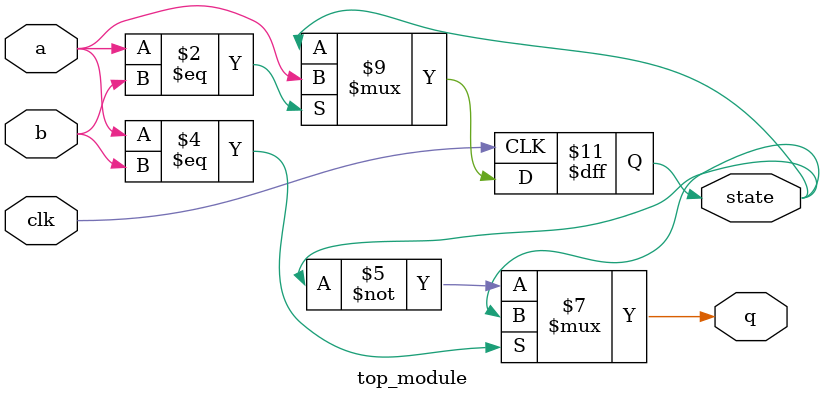
<source format=v>
module top_module (
    input clk,
    input a,
    input b,
    output q,
    output reg state  );

    always @ (posedge clk)
        begin
            if (a == b)
                state <= a;
        end
    
    always @ (*)
        begin
            if (a == b)
                q = state;
            else
                q = ~state;
        end
endmodule

</source>
